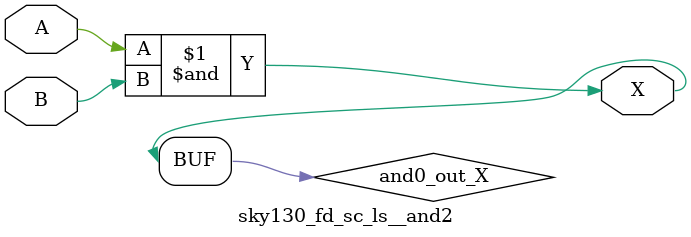
<source format=v>
/*
 * Copyright 2020 The SkyWater PDK Authors
 *
 * Licensed under the Apache License, Version 2.0 (the "License");
 * you may not use this file except in compliance with the License.
 * You may obtain a copy of the License at
 *
 *     https://www.apache.org/licenses/LICENSE-2.0
 *
 * Unless required by applicable law or agreed to in writing, software
 * distributed under the License is distributed on an "AS IS" BASIS,
 * WITHOUT WARRANTIES OR CONDITIONS OF ANY KIND, either express or implied.
 * See the License for the specific language governing permissions and
 * limitations under the License.
 *
 * SPDX-License-Identifier: Apache-2.0
*/


`ifndef SKY130_FD_SC_LS__AND2_FUNCTIONAL_V
`define SKY130_FD_SC_LS__AND2_FUNCTIONAL_V

/**
 * and2: 2-input AND.
 *
 * Verilog simulation functional model.
 */

`timescale 1ns / 1ps
`default_nettype none

`celldefine
module sky130_fd_sc_ls__and2 (
    X,
    A,
    B
);

    // Module ports
    output X;
    input  A;
    input  B;

    // Local signals
    wire and0_out_X;

    //  Name  Output      Other arguments
    and and0 (and0_out_X, A, B           );
    buf buf0 (X         , and0_out_X     );

endmodule
`endcelldefine

`default_nettype wire
`endif  // SKY130_FD_SC_LS__AND2_FUNCTIONAL_V
</source>
